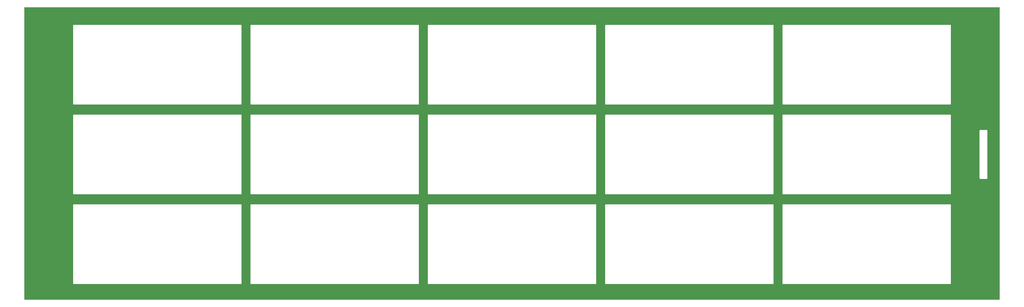
<source format=gbl>
G04 Layer: BottomLayer*
G04 EasyEDA v6.5.34, 2023-10-02 19:34:43*
G04 cf508b81bd2f4e7eb0796556658b0c03,5a6b42c53f6a479593ecc07194224c93,10*
G04 Gerber Generator version 0.2*
G04 Scale: 100 percent, Rotated: No, Reflected: No *
G04 Dimensions in millimeters *
G04 leading zeros omitted , absolute positions ,4 integer and 5 decimal *
%FSLAX45Y45*%
%MOMM*%

%ADD10C,3.0000*%

%LPD*%
G36*
X2068068Y25908D02*
G01*
X2064156Y26670D01*
X2060854Y28905D01*
X2058670Y32156D01*
X2057907Y36068D01*
X2057907Y13260832D01*
X2058670Y13264743D01*
X2060905Y13267994D01*
X2064156Y13270230D01*
X2068068Y13270992D01*
X46191932Y13270992D01*
X46195843Y13270230D01*
X46199094Y13267994D01*
X46201330Y13264743D01*
X46202092Y13260832D01*
X46201990Y36068D01*
X46201228Y32156D01*
X46199044Y28905D01*
X46195742Y26670D01*
X46191830Y25908D01*
G37*

%LPC*%
G36*
X36398708Y8864092D02*
G01*
X43966739Y8864092D01*
X43973038Y8864803D01*
X43978525Y8866682D01*
X43983402Y8869781D01*
X43987516Y8873896D01*
X43990615Y8878773D01*
X43992495Y8884208D01*
X43993206Y8890558D01*
X43993206Y12445390D01*
X43992495Y12451740D01*
X43990615Y12457176D01*
X43987516Y12462103D01*
X43983402Y12466167D01*
X43978525Y12469266D01*
X43973038Y12471196D01*
X43966739Y12471908D01*
X36398708Y12471908D01*
X36392358Y12471196D01*
X36386922Y12469266D01*
X36381994Y12466167D01*
X36377930Y12462103D01*
X36374832Y12457176D01*
X36372952Y12451740D01*
X36372241Y12445390D01*
X36372241Y8890558D01*
X36372952Y8884208D01*
X36374832Y8878773D01*
X36377930Y8873896D01*
X36381994Y8869781D01*
X36386922Y8866682D01*
X36392358Y8864803D01*
G37*
G36*
X28372308Y736092D02*
G01*
X35940339Y736092D01*
X35946689Y736803D01*
X35952125Y738733D01*
X35957052Y741781D01*
X35961116Y745896D01*
X35964215Y750773D01*
X35966146Y756259D01*
X35966857Y762558D01*
X35966857Y4317441D01*
X35966146Y4323740D01*
X35964215Y4329226D01*
X35961116Y4334103D01*
X35957052Y4338218D01*
X35952125Y4341266D01*
X35946689Y4343196D01*
X35940339Y4343908D01*
X28372308Y4343908D01*
X28366008Y4343196D01*
X28360522Y4341266D01*
X28355645Y4338218D01*
X28351530Y4334103D01*
X28348482Y4329226D01*
X28346552Y4323740D01*
X28345841Y4317441D01*
X28345841Y762558D01*
X28346552Y756259D01*
X28348482Y750773D01*
X28351530Y745896D01*
X28355645Y741781D01*
X28360522Y738733D01*
X28366008Y736803D01*
G37*
G36*
X20345908Y736092D02*
G01*
X27913990Y736092D01*
X27920289Y736803D01*
X27925776Y738733D01*
X27930652Y741781D01*
X27934767Y745896D01*
X27937815Y750773D01*
X27939746Y756259D01*
X27940457Y762558D01*
X27940457Y4317441D01*
X27939746Y4323740D01*
X27937815Y4329226D01*
X27934767Y4334103D01*
X27930652Y4338218D01*
X27925776Y4341266D01*
X27920289Y4343196D01*
X27913990Y4343908D01*
X20345908Y4343908D01*
X20339608Y4343196D01*
X20334173Y4341266D01*
X20329245Y4338218D01*
X20325181Y4334103D01*
X20322082Y4329226D01*
X20320152Y4323740D01*
X20319441Y4317441D01*
X20319441Y762558D01*
X20320152Y756259D01*
X20322082Y750773D01*
X20325181Y745896D01*
X20329245Y741781D01*
X20334173Y738733D01*
X20339608Y736803D01*
G37*
G36*
X36398708Y736092D02*
G01*
X43966739Y736092D01*
X43973038Y736803D01*
X43978525Y738733D01*
X43983402Y741781D01*
X43987516Y745896D01*
X43990615Y750773D01*
X43992495Y756259D01*
X43993206Y762558D01*
X43993206Y4317441D01*
X43992495Y4323740D01*
X43990615Y4329226D01*
X43987516Y4334103D01*
X43983402Y4338218D01*
X43978525Y4341266D01*
X43973038Y4343196D01*
X43966739Y4343908D01*
X36398708Y4343908D01*
X36392358Y4343196D01*
X36386922Y4341266D01*
X36381994Y4338218D01*
X36377930Y4334103D01*
X36374832Y4329226D01*
X36372952Y4323740D01*
X36372241Y4317441D01*
X36372241Y762558D01*
X36372952Y756259D01*
X36374832Y750773D01*
X36377930Y745896D01*
X36381994Y741781D01*
X36386922Y738733D01*
X36392358Y736803D01*
G37*
G36*
X12319558Y736092D02*
G01*
X19887590Y736092D01*
X19893889Y736803D01*
X19899376Y738733D01*
X19904252Y741781D01*
X19908367Y745896D01*
X19911466Y750773D01*
X19913346Y756259D01*
X19914057Y762558D01*
X19914057Y4317441D01*
X19913346Y4323740D01*
X19911466Y4329226D01*
X19908367Y4334103D01*
X19904252Y4338218D01*
X19899376Y4341266D01*
X19893889Y4343196D01*
X19887590Y4343908D01*
X12319558Y4343908D01*
X12313208Y4343196D01*
X12307773Y4341266D01*
X12302845Y4338218D01*
X12298781Y4334103D01*
X12295682Y4329226D01*
X12293803Y4323740D01*
X12293092Y4317441D01*
X12293092Y762558D01*
X12293803Y756259D01*
X12295682Y750773D01*
X12298781Y745896D01*
X12302845Y741781D01*
X12307773Y738733D01*
X12313208Y736803D01*
G37*
G36*
X28372308Y4800092D02*
G01*
X35940339Y4800092D01*
X35946689Y4800803D01*
X35952125Y4802682D01*
X35957052Y4805781D01*
X35961116Y4809896D01*
X35964215Y4814773D01*
X35966146Y4820259D01*
X35966857Y4826558D01*
X35966857Y8381390D01*
X35966146Y8387740D01*
X35964215Y8393176D01*
X35961116Y8398103D01*
X35957052Y8402167D01*
X35952125Y8405266D01*
X35946689Y8407196D01*
X35940339Y8407908D01*
X28372308Y8407908D01*
X28366008Y8407196D01*
X28360522Y8405266D01*
X28355645Y8402167D01*
X28351530Y8398103D01*
X28348482Y8393176D01*
X28346552Y8387740D01*
X28345841Y8381390D01*
X28345841Y4826558D01*
X28346552Y4820259D01*
X28348482Y4814773D01*
X28351530Y4809896D01*
X28355645Y4805781D01*
X28360522Y4802682D01*
X28366008Y4800803D01*
G37*
G36*
X12319558Y4800092D02*
G01*
X19887590Y4800092D01*
X19893889Y4800803D01*
X19899376Y4802682D01*
X19904252Y4805781D01*
X19908367Y4809896D01*
X19911466Y4814773D01*
X19913346Y4820259D01*
X19914057Y4826558D01*
X19914057Y8381390D01*
X19913346Y8387740D01*
X19911466Y8393176D01*
X19908367Y8398103D01*
X19904252Y8402167D01*
X19899376Y8405266D01*
X19893889Y8407196D01*
X19887590Y8407908D01*
X12319558Y8407908D01*
X12313208Y8407196D01*
X12307773Y8405266D01*
X12302845Y8402167D01*
X12298781Y8398103D01*
X12295682Y8393176D01*
X12293803Y8387740D01*
X12293092Y8381390D01*
X12293092Y4826558D01*
X12293803Y4820259D01*
X12295682Y4814773D01*
X12298781Y4809896D01*
X12302845Y4805781D01*
X12307773Y4802682D01*
X12313208Y4800803D01*
G37*
G36*
X4293158Y736092D02*
G01*
X11861190Y736092D01*
X11867540Y736803D01*
X11872976Y738733D01*
X11877903Y741781D01*
X11881967Y745896D01*
X11885066Y750773D01*
X11886946Y756259D01*
X11887708Y762558D01*
X11887708Y4317441D01*
X11886946Y4323740D01*
X11885066Y4329226D01*
X11881967Y4334103D01*
X11877903Y4338218D01*
X11872976Y4341266D01*
X11867540Y4343196D01*
X11861190Y4343908D01*
X4293158Y4343908D01*
X4286859Y4343196D01*
X4281373Y4341266D01*
X4276496Y4338218D01*
X4272381Y4334103D01*
X4269282Y4329226D01*
X4267403Y4323740D01*
X4266692Y4317441D01*
X4266692Y762558D01*
X4267403Y756259D01*
X4269282Y750773D01*
X4272381Y745896D01*
X4276496Y741781D01*
X4281373Y738733D01*
X4286859Y736803D01*
G37*
G36*
X20345908Y4800092D02*
G01*
X27913990Y4800092D01*
X27920289Y4800803D01*
X27925776Y4802682D01*
X27930652Y4805781D01*
X27934767Y4809896D01*
X27937815Y4814773D01*
X27939746Y4820259D01*
X27940457Y4826558D01*
X27940457Y8381390D01*
X27939746Y8387740D01*
X27937815Y8393176D01*
X27934767Y8398103D01*
X27930652Y8402167D01*
X27925776Y8405266D01*
X27920289Y8407196D01*
X27913990Y8407908D01*
X20345908Y8407908D01*
X20339608Y8407196D01*
X20334173Y8405266D01*
X20329245Y8402167D01*
X20325181Y8398103D01*
X20322082Y8393176D01*
X20320152Y8387740D01*
X20319441Y8381390D01*
X20319441Y4826558D01*
X20320152Y4820259D01*
X20322082Y4814773D01*
X20325181Y4809896D01*
X20329245Y4805781D01*
X20334173Y4802682D01*
X20339608Y4800803D01*
G37*
G36*
X4293158Y4800092D02*
G01*
X11861241Y4800092D01*
X11867540Y4800803D01*
X11873026Y4802682D01*
X11877903Y4805781D01*
X11882018Y4809896D01*
X11885066Y4814773D01*
X11886996Y4820259D01*
X11887708Y4826558D01*
X11887708Y8381390D01*
X11886996Y8387740D01*
X11885066Y8393176D01*
X11882018Y8398103D01*
X11877903Y8402167D01*
X11873026Y8405266D01*
X11867540Y8407196D01*
X11861241Y8407908D01*
X4293158Y8407908D01*
X4286859Y8407196D01*
X4281373Y8405266D01*
X4276496Y8402167D01*
X4272381Y8398103D01*
X4269333Y8393176D01*
X4267403Y8387740D01*
X4266692Y8381390D01*
X4266692Y4826558D01*
X4267403Y4820259D01*
X4269333Y4814773D01*
X4272381Y4809896D01*
X4276496Y4805781D01*
X4281373Y4802682D01*
X4286859Y4800803D01*
G37*
G36*
X45314057Y5498592D02*
G01*
X45617739Y5498592D01*
X45624038Y5499303D01*
X45629525Y5501182D01*
X45634402Y5504281D01*
X45638516Y5508396D01*
X45641615Y5513273D01*
X45643495Y5518759D01*
X45644206Y5525058D01*
X45644206Y7682941D01*
X45643495Y7689240D01*
X45641615Y7694726D01*
X45638516Y7699603D01*
X45634402Y7703718D01*
X45629525Y7706766D01*
X45624038Y7708696D01*
X45617739Y7709408D01*
X45314057Y7709408D01*
X45307758Y7708696D01*
X45302271Y7706766D01*
X45297394Y7703718D01*
X45293280Y7699603D01*
X45290232Y7694726D01*
X45288301Y7689240D01*
X45287590Y7682941D01*
X45287590Y5525058D01*
X45288301Y5518759D01*
X45290232Y5513273D01*
X45293280Y5508396D01*
X45297394Y5504281D01*
X45302271Y5501182D01*
X45307758Y5499303D01*
G37*
G36*
X4293158Y8864092D02*
G01*
X11861190Y8864092D01*
X11867540Y8864803D01*
X11872976Y8866682D01*
X11877903Y8869781D01*
X11881967Y8873845D01*
X11885066Y8878773D01*
X11886996Y8884208D01*
X11887708Y8890558D01*
X11887708Y12445390D01*
X11886996Y12451740D01*
X11885066Y12457176D01*
X11881967Y12462103D01*
X11877903Y12466167D01*
X11872976Y12469266D01*
X11867540Y12471146D01*
X11861190Y12471857D01*
X4293158Y12471857D01*
X4286859Y12471146D01*
X4281373Y12469266D01*
X4276496Y12466167D01*
X4272381Y12462103D01*
X4269282Y12457176D01*
X4267403Y12451740D01*
X4266692Y12445390D01*
X4266692Y8890558D01*
X4267403Y8884208D01*
X4269282Y8878773D01*
X4272381Y8873845D01*
X4276496Y8869781D01*
X4281373Y8866682D01*
X4286859Y8864803D01*
G37*
G36*
X28372308Y8864092D02*
G01*
X35940339Y8864092D01*
X35946689Y8864803D01*
X35952125Y8866682D01*
X35957052Y8869781D01*
X35961116Y8873845D01*
X35964215Y8878773D01*
X35966146Y8884208D01*
X35966857Y8890558D01*
X35966857Y12445390D01*
X35966146Y12451740D01*
X35964215Y12457176D01*
X35961116Y12462103D01*
X35957052Y12466167D01*
X35952125Y12469266D01*
X35946689Y12471146D01*
X35940339Y12471857D01*
X28372308Y12471857D01*
X28366008Y12471146D01*
X28360522Y12469266D01*
X28355645Y12466167D01*
X28351530Y12462103D01*
X28348482Y12457176D01*
X28346552Y12451740D01*
X28345841Y12445390D01*
X28345841Y8890558D01*
X28346552Y8884208D01*
X28348482Y8878773D01*
X28351530Y8873845D01*
X28355645Y8869781D01*
X28360522Y8866682D01*
X28366008Y8864803D01*
G37*
G36*
X12319558Y8864092D02*
G01*
X19887590Y8864092D01*
X19893889Y8864803D01*
X19899376Y8866682D01*
X19904252Y8869781D01*
X19908367Y8873845D01*
X19911466Y8878773D01*
X19913346Y8884208D01*
X19914057Y8890558D01*
X19914057Y12445390D01*
X19913346Y12451740D01*
X19911466Y12457176D01*
X19908367Y12462103D01*
X19904252Y12466167D01*
X19899376Y12469266D01*
X19893889Y12471146D01*
X19887590Y12471857D01*
X12319558Y12471857D01*
X12313208Y12471146D01*
X12307773Y12469266D01*
X12302845Y12466167D01*
X12298781Y12462103D01*
X12295682Y12457176D01*
X12293803Y12451740D01*
X12293092Y12445390D01*
X12293092Y8890558D01*
X12293803Y8884208D01*
X12295682Y8878773D01*
X12298781Y8873845D01*
X12302845Y8869781D01*
X12307773Y8866682D01*
X12313208Y8864803D01*
G37*
G36*
X20345908Y8864092D02*
G01*
X27913990Y8864092D01*
X27920289Y8864803D01*
X27925776Y8866682D01*
X27930652Y8869781D01*
X27934767Y8873896D01*
X27937815Y8878773D01*
X27939746Y8884208D01*
X27940457Y8890558D01*
X27940457Y12445390D01*
X27939746Y12451740D01*
X27937815Y12457176D01*
X27934767Y12462103D01*
X27930652Y12466167D01*
X27925776Y12469266D01*
X27920289Y12471196D01*
X27913990Y12471908D01*
X20345908Y12471908D01*
X20339608Y12471196D01*
X20334173Y12469266D01*
X20329245Y12466167D01*
X20325181Y12462103D01*
X20322082Y12457176D01*
X20320152Y12451740D01*
X20319441Y12445390D01*
X20319441Y8890558D01*
X20320152Y8884208D01*
X20322082Y8878773D01*
X20325181Y8873896D01*
X20329245Y8869781D01*
X20334173Y8866682D01*
X20339608Y8864803D01*
G37*
G36*
X36398708Y4800092D02*
G01*
X43966739Y4800092D01*
X43973038Y4800803D01*
X43978525Y4802682D01*
X43983402Y4805781D01*
X43987516Y4809896D01*
X43990615Y4814773D01*
X43992495Y4820259D01*
X43993206Y4826558D01*
X43993206Y8381390D01*
X43992495Y8387740D01*
X43990615Y8393176D01*
X43987516Y8398103D01*
X43983402Y8402167D01*
X43978525Y8405266D01*
X43973038Y8407196D01*
X43966739Y8407908D01*
X36398708Y8407908D01*
X36392358Y8407196D01*
X36386922Y8405266D01*
X36381994Y8402167D01*
X36377930Y8398103D01*
X36374832Y8393176D01*
X36372952Y8387740D01*
X36372241Y8381390D01*
X36372241Y4826558D01*
X36372952Y4820259D01*
X36374832Y4814773D01*
X36377930Y4809896D01*
X36381994Y4805781D01*
X36386922Y4802682D01*
X36392358Y4800803D01*
G37*

%LPD*%
D10*
G01*
X2794000Y279400D03*
G01*
X2794000Y13004774D03*
G01*
X45466000Y279400D03*
G01*
X45466000Y13004774D03*
G01*
X24129949Y13004774D03*
G01*
X24129949Y279400D03*
G01*
X45465898Y8191500D03*
G01*
X45465898Y5016500D03*
G01*
X2793898Y5016500D03*
G01*
X2793898Y8191500D03*
M02*

</source>
